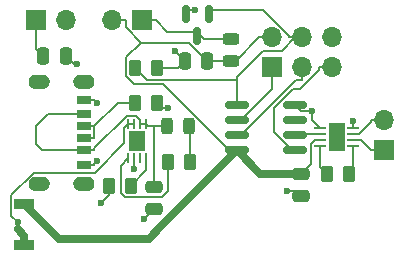
<source format=gbr>
%TF.GenerationSoftware,KiCad,Pcbnew,8.0.7*%
%TF.CreationDate,2025-01-08T21:55:33-07:00*%
%TF.ProjectId,Hat PCB,48617420-5043-4422-9e6b-696361645f70,rev?*%
%TF.SameCoordinates,Original*%
%TF.FileFunction,Copper,L1,Top*%
%TF.FilePolarity,Positive*%
%FSLAX46Y46*%
G04 Gerber Fmt 4.6, Leading zero omitted, Abs format (unit mm)*
G04 Created by KiCad (PCBNEW 8.0.7) date 2025-01-08 21:55:33*
%MOMM*%
%LPD*%
G01*
G04 APERTURE LIST*
G04 Aperture macros list*
%AMRoundRect*
0 Rectangle with rounded corners*
0 $1 Rounding radius*
0 $2 $3 $4 $5 $6 $7 $8 $9 X,Y pos of 4 corners*
0 Add a 4 corners polygon primitive as box body*
4,1,4,$2,$3,$4,$5,$6,$7,$8,$9,$2,$3,0*
0 Add four circle primitives for the rounded corners*
1,1,$1+$1,$2,$3*
1,1,$1+$1,$4,$5*
1,1,$1+$1,$6,$7*
1,1,$1+$1,$8,$9*
0 Add four rect primitives between the rounded corners*
20,1,$1+$1,$2,$3,$4,$5,0*
20,1,$1+$1,$4,$5,$6,$7,0*
20,1,$1+$1,$6,$7,$8,$9,0*
20,1,$1+$1,$8,$9,$2,$3,0*%
G04 Aperture macros list end*
%TA.AperFunction,EtchedComponent*%
%ADD10C,0.010000*%
%TD*%
%TA.AperFunction,SMDPad,CuDef*%
%ADD11RoundRect,0.150000X0.825000X0.150000X-0.825000X0.150000X-0.825000X-0.150000X0.825000X-0.150000X0*%
%TD*%
%TA.AperFunction,SMDPad,CuDef*%
%ADD12RoundRect,0.062500X-0.062500X0.337500X-0.062500X-0.337500X0.062500X-0.337500X0.062500X0.337500X0*%
%TD*%
%TA.AperFunction,HeatsinkPad*%
%ADD13R,1.400000X1.700000*%
%TD*%
%TA.AperFunction,SMDPad,CuDef*%
%ADD14RoundRect,0.062500X0.412500X0.062500X-0.412500X0.062500X-0.412500X-0.062500X0.412500X-0.062500X0*%
%TD*%
%TA.AperFunction,HeatsinkPad*%
%ADD15R,1.450000X2.400000*%
%TD*%
%TA.AperFunction,SMDPad,CuDef*%
%ADD16R,1.700000X0.900000*%
%TD*%
%TA.AperFunction,SMDPad,CuDef*%
%ADD17RoundRect,0.250000X0.262500X0.450000X-0.262500X0.450000X-0.262500X-0.450000X0.262500X-0.450000X0*%
%TD*%
%TA.AperFunction,SMDPad,CuDef*%
%ADD18RoundRect,0.250000X-0.262500X-0.450000X0.262500X-0.450000X0.262500X0.450000X-0.262500X0.450000X0*%
%TD*%
%TA.AperFunction,SMDPad,CuDef*%
%ADD19RoundRect,0.150000X-0.150000X0.587500X-0.150000X-0.587500X0.150000X-0.587500X0.150000X0.587500X0*%
%TD*%
%TA.AperFunction,ComponentPad*%
%ADD20R,1.700000X1.700000*%
%TD*%
%TA.AperFunction,ComponentPad*%
%ADD21O,1.700000X1.700000*%
%TD*%
%TA.AperFunction,ComponentPad*%
%ADD22O,1.600000X0.800000*%
%TD*%
%TA.AperFunction,SMDPad,CuDef*%
%ADD23R,1.200000X0.700000*%
%TD*%
%TA.AperFunction,SMDPad,CuDef*%
%ADD24R,1.200000X0.760000*%
%TD*%
%TA.AperFunction,SMDPad,CuDef*%
%ADD25R,1.200000X0.800000*%
%TD*%
%TA.AperFunction,SMDPad,CuDef*%
%ADD26RoundRect,0.243750X0.456250X-0.243750X0.456250X0.243750X-0.456250X0.243750X-0.456250X-0.243750X0*%
%TD*%
%TA.AperFunction,SMDPad,CuDef*%
%ADD27RoundRect,0.243750X0.243750X0.456250X-0.243750X0.456250X-0.243750X-0.456250X0.243750X-0.456250X0*%
%TD*%
%TA.AperFunction,SMDPad,CuDef*%
%ADD28RoundRect,0.250000X-0.250000X-0.475000X0.250000X-0.475000X0.250000X0.475000X-0.250000X0.475000X0*%
%TD*%
%TA.AperFunction,SMDPad,CuDef*%
%ADD29RoundRect,0.250000X-0.475000X0.250000X-0.475000X-0.250000X0.475000X-0.250000X0.475000X0.250000X0*%
%TD*%
%TA.AperFunction,ViaPad*%
%ADD30C,0.600000*%
%TD*%
%TA.AperFunction,Conductor*%
%ADD31C,0.200000*%
%TD*%
%TA.AperFunction,Conductor*%
%ADD32C,0.700000*%
%TD*%
G04 APERTURE END LIST*
D10*
%TO.C,J3*%
X216329000Y-122771000D02*
X216357000Y-122773000D01*
X216386000Y-122777000D01*
X216414000Y-122782000D01*
X216442000Y-122789000D01*
X216470000Y-122797000D01*
X216497000Y-122807000D01*
X216524000Y-122818000D01*
X216550000Y-122830000D01*
X216575000Y-122844000D01*
X216600000Y-122859000D01*
X216623000Y-122875000D01*
X216646000Y-122893000D01*
X216668000Y-122911000D01*
X216689000Y-122931000D01*
X216709000Y-122952000D01*
X216727000Y-122974000D01*
X216745000Y-122997000D01*
X216761000Y-123020000D01*
X216776000Y-123045000D01*
X216790000Y-123070000D01*
X216802000Y-123096000D01*
X216813000Y-123123000D01*
X216823000Y-123150000D01*
X216831000Y-123178000D01*
X216838000Y-123206000D01*
X216843000Y-123234000D01*
X216847000Y-123263000D01*
X216849000Y-123291000D01*
X216850000Y-123320000D01*
X216849000Y-123349000D01*
X216847000Y-123377000D01*
X216843000Y-123406000D01*
X216838000Y-123434000D01*
X216831000Y-123462000D01*
X216823000Y-123490000D01*
X216813000Y-123517000D01*
X216802000Y-123544000D01*
X216790000Y-123570000D01*
X216776000Y-123595000D01*
X216761000Y-123620000D01*
X216745000Y-123643000D01*
X216727000Y-123666000D01*
X216709000Y-123688000D01*
X216689000Y-123709000D01*
X216668000Y-123729000D01*
X216646000Y-123747000D01*
X216623000Y-123765000D01*
X216600000Y-123781000D01*
X216575000Y-123796000D01*
X216550000Y-123810000D01*
X216524000Y-123822000D01*
X216497000Y-123833000D01*
X216470000Y-123843000D01*
X216442000Y-123851000D01*
X216414000Y-123858000D01*
X216386000Y-123863000D01*
X216357000Y-123867000D01*
X216329000Y-123869000D01*
X216300000Y-123870000D01*
X215700000Y-123870000D01*
X215671000Y-123869000D01*
X215643000Y-123867000D01*
X215614000Y-123863000D01*
X215586000Y-123858000D01*
X215558000Y-123851000D01*
X215530000Y-123843000D01*
X215503000Y-123833000D01*
X215476000Y-123822000D01*
X215450000Y-123810000D01*
X215425000Y-123796000D01*
X215400000Y-123781000D01*
X215377000Y-123765000D01*
X215354000Y-123747000D01*
X215332000Y-123729000D01*
X215311000Y-123709000D01*
X215291000Y-123688000D01*
X215273000Y-123666000D01*
X215255000Y-123643000D01*
X215239000Y-123620000D01*
X215224000Y-123595000D01*
X215210000Y-123570000D01*
X215198000Y-123544000D01*
X215187000Y-123517000D01*
X215177000Y-123490000D01*
X215169000Y-123462000D01*
X215162000Y-123434000D01*
X215157000Y-123406000D01*
X215153000Y-123377000D01*
X215151000Y-123349000D01*
X215150000Y-123320000D01*
X215151000Y-123291000D01*
X215153000Y-123263000D01*
X215157000Y-123234000D01*
X215162000Y-123206000D01*
X215169000Y-123178000D01*
X215177000Y-123150000D01*
X215187000Y-123123000D01*
X215198000Y-123096000D01*
X215210000Y-123070000D01*
X215224000Y-123045000D01*
X215239000Y-123020000D01*
X215255000Y-122997000D01*
X215273000Y-122974000D01*
X215291000Y-122952000D01*
X215311000Y-122931000D01*
X215332000Y-122911000D01*
X215354000Y-122893000D01*
X215377000Y-122875000D01*
X215400000Y-122859000D01*
X215425000Y-122844000D01*
X215450000Y-122830000D01*
X215476000Y-122818000D01*
X215503000Y-122807000D01*
X215530000Y-122797000D01*
X215558000Y-122789000D01*
X215586000Y-122782000D01*
X215614000Y-122777000D01*
X215643000Y-122773000D01*
X215671000Y-122771000D01*
X215700000Y-122770000D01*
X216300000Y-122770000D01*
X216329000Y-122771000D01*
%TA.AperFunction,EtchedComponent*%
G36*
X216329000Y-122771000D02*
G01*
X216357000Y-122773000D01*
X216386000Y-122777000D01*
X216414000Y-122782000D01*
X216442000Y-122789000D01*
X216470000Y-122797000D01*
X216497000Y-122807000D01*
X216524000Y-122818000D01*
X216550000Y-122830000D01*
X216575000Y-122844000D01*
X216600000Y-122859000D01*
X216623000Y-122875000D01*
X216646000Y-122893000D01*
X216668000Y-122911000D01*
X216689000Y-122931000D01*
X216709000Y-122952000D01*
X216727000Y-122974000D01*
X216745000Y-122997000D01*
X216761000Y-123020000D01*
X216776000Y-123045000D01*
X216790000Y-123070000D01*
X216802000Y-123096000D01*
X216813000Y-123123000D01*
X216823000Y-123150000D01*
X216831000Y-123178000D01*
X216838000Y-123206000D01*
X216843000Y-123234000D01*
X216847000Y-123263000D01*
X216849000Y-123291000D01*
X216850000Y-123320000D01*
X216849000Y-123349000D01*
X216847000Y-123377000D01*
X216843000Y-123406000D01*
X216838000Y-123434000D01*
X216831000Y-123462000D01*
X216823000Y-123490000D01*
X216813000Y-123517000D01*
X216802000Y-123544000D01*
X216790000Y-123570000D01*
X216776000Y-123595000D01*
X216761000Y-123620000D01*
X216745000Y-123643000D01*
X216727000Y-123666000D01*
X216709000Y-123688000D01*
X216689000Y-123709000D01*
X216668000Y-123729000D01*
X216646000Y-123747000D01*
X216623000Y-123765000D01*
X216600000Y-123781000D01*
X216575000Y-123796000D01*
X216550000Y-123810000D01*
X216524000Y-123822000D01*
X216497000Y-123833000D01*
X216470000Y-123843000D01*
X216442000Y-123851000D01*
X216414000Y-123858000D01*
X216386000Y-123863000D01*
X216357000Y-123867000D01*
X216329000Y-123869000D01*
X216300000Y-123870000D01*
X215700000Y-123870000D01*
X215671000Y-123869000D01*
X215643000Y-123867000D01*
X215614000Y-123863000D01*
X215586000Y-123858000D01*
X215558000Y-123851000D01*
X215530000Y-123843000D01*
X215503000Y-123833000D01*
X215476000Y-123822000D01*
X215450000Y-123810000D01*
X215425000Y-123796000D01*
X215400000Y-123781000D01*
X215377000Y-123765000D01*
X215354000Y-123747000D01*
X215332000Y-123729000D01*
X215311000Y-123709000D01*
X215291000Y-123688000D01*
X215273000Y-123666000D01*
X215255000Y-123643000D01*
X215239000Y-123620000D01*
X215224000Y-123595000D01*
X215210000Y-123570000D01*
X215198000Y-123544000D01*
X215187000Y-123517000D01*
X215177000Y-123490000D01*
X215169000Y-123462000D01*
X215162000Y-123434000D01*
X215157000Y-123406000D01*
X215153000Y-123377000D01*
X215151000Y-123349000D01*
X215150000Y-123320000D01*
X215151000Y-123291000D01*
X215153000Y-123263000D01*
X215157000Y-123234000D01*
X215162000Y-123206000D01*
X215169000Y-123178000D01*
X215177000Y-123150000D01*
X215187000Y-123123000D01*
X215198000Y-123096000D01*
X215210000Y-123070000D01*
X215224000Y-123045000D01*
X215239000Y-123020000D01*
X215255000Y-122997000D01*
X215273000Y-122974000D01*
X215291000Y-122952000D01*
X215311000Y-122931000D01*
X215332000Y-122911000D01*
X215354000Y-122893000D01*
X215377000Y-122875000D01*
X215400000Y-122859000D01*
X215425000Y-122844000D01*
X215450000Y-122830000D01*
X215476000Y-122818000D01*
X215503000Y-122807000D01*
X215530000Y-122797000D01*
X215558000Y-122789000D01*
X215586000Y-122782000D01*
X215614000Y-122777000D01*
X215643000Y-122773000D01*
X215671000Y-122771000D01*
X215700000Y-122770000D01*
X216300000Y-122770000D01*
X216329000Y-122771000D01*
G37*
%TD.AperFunction*%
X216329000Y-114131000D02*
X216357000Y-114133000D01*
X216386000Y-114137000D01*
X216414000Y-114142000D01*
X216442000Y-114149000D01*
X216470000Y-114157000D01*
X216497000Y-114167000D01*
X216524000Y-114178000D01*
X216550000Y-114190000D01*
X216575000Y-114204000D01*
X216600000Y-114219000D01*
X216623000Y-114235000D01*
X216646000Y-114253000D01*
X216668000Y-114271000D01*
X216689000Y-114291000D01*
X216709000Y-114312000D01*
X216727000Y-114334000D01*
X216745000Y-114357000D01*
X216761000Y-114380000D01*
X216776000Y-114405000D01*
X216790000Y-114430000D01*
X216802000Y-114456000D01*
X216813000Y-114483000D01*
X216823000Y-114510000D01*
X216831000Y-114538000D01*
X216838000Y-114566000D01*
X216843000Y-114594000D01*
X216847000Y-114623000D01*
X216849000Y-114651000D01*
X216850000Y-114680000D01*
X216849000Y-114709000D01*
X216847000Y-114737000D01*
X216843000Y-114766000D01*
X216838000Y-114794000D01*
X216831000Y-114822000D01*
X216823000Y-114850000D01*
X216813000Y-114877000D01*
X216802000Y-114904000D01*
X216790000Y-114930000D01*
X216776000Y-114955000D01*
X216761000Y-114980000D01*
X216745000Y-115003000D01*
X216727000Y-115026000D01*
X216709000Y-115048000D01*
X216689000Y-115069000D01*
X216668000Y-115089000D01*
X216646000Y-115107000D01*
X216623000Y-115125000D01*
X216600000Y-115141000D01*
X216575000Y-115156000D01*
X216550000Y-115170000D01*
X216524000Y-115182000D01*
X216497000Y-115193000D01*
X216470000Y-115203000D01*
X216442000Y-115211000D01*
X216414000Y-115218000D01*
X216386000Y-115223000D01*
X216357000Y-115227000D01*
X216329000Y-115229000D01*
X216300000Y-115230000D01*
X215700000Y-115230000D01*
X215671000Y-115229000D01*
X215643000Y-115227000D01*
X215614000Y-115223000D01*
X215586000Y-115218000D01*
X215558000Y-115211000D01*
X215530000Y-115203000D01*
X215503000Y-115193000D01*
X215476000Y-115182000D01*
X215450000Y-115170000D01*
X215425000Y-115156000D01*
X215400000Y-115141000D01*
X215377000Y-115125000D01*
X215354000Y-115107000D01*
X215332000Y-115089000D01*
X215311000Y-115069000D01*
X215291000Y-115048000D01*
X215273000Y-115026000D01*
X215255000Y-115003000D01*
X215239000Y-114980000D01*
X215224000Y-114955000D01*
X215210000Y-114930000D01*
X215198000Y-114904000D01*
X215187000Y-114877000D01*
X215177000Y-114850000D01*
X215169000Y-114822000D01*
X215162000Y-114794000D01*
X215157000Y-114766000D01*
X215153000Y-114737000D01*
X215151000Y-114709000D01*
X215150000Y-114680000D01*
X215151000Y-114651000D01*
X215153000Y-114623000D01*
X215157000Y-114594000D01*
X215162000Y-114566000D01*
X215169000Y-114538000D01*
X215177000Y-114510000D01*
X215187000Y-114483000D01*
X215198000Y-114456000D01*
X215210000Y-114430000D01*
X215224000Y-114405000D01*
X215239000Y-114380000D01*
X215255000Y-114357000D01*
X215273000Y-114334000D01*
X215291000Y-114312000D01*
X215311000Y-114291000D01*
X215332000Y-114271000D01*
X215354000Y-114253000D01*
X215377000Y-114235000D01*
X215400000Y-114219000D01*
X215425000Y-114204000D01*
X215450000Y-114190000D01*
X215476000Y-114178000D01*
X215503000Y-114167000D01*
X215530000Y-114157000D01*
X215558000Y-114149000D01*
X215586000Y-114142000D01*
X215614000Y-114137000D01*
X215643000Y-114133000D01*
X215671000Y-114131000D01*
X215700000Y-114130000D01*
X216300000Y-114130000D01*
X216329000Y-114131000D01*
%TA.AperFunction,EtchedComponent*%
G36*
X216329000Y-114131000D02*
G01*
X216357000Y-114133000D01*
X216386000Y-114137000D01*
X216414000Y-114142000D01*
X216442000Y-114149000D01*
X216470000Y-114157000D01*
X216497000Y-114167000D01*
X216524000Y-114178000D01*
X216550000Y-114190000D01*
X216575000Y-114204000D01*
X216600000Y-114219000D01*
X216623000Y-114235000D01*
X216646000Y-114253000D01*
X216668000Y-114271000D01*
X216689000Y-114291000D01*
X216709000Y-114312000D01*
X216727000Y-114334000D01*
X216745000Y-114357000D01*
X216761000Y-114380000D01*
X216776000Y-114405000D01*
X216790000Y-114430000D01*
X216802000Y-114456000D01*
X216813000Y-114483000D01*
X216823000Y-114510000D01*
X216831000Y-114538000D01*
X216838000Y-114566000D01*
X216843000Y-114594000D01*
X216847000Y-114623000D01*
X216849000Y-114651000D01*
X216850000Y-114680000D01*
X216849000Y-114709000D01*
X216847000Y-114737000D01*
X216843000Y-114766000D01*
X216838000Y-114794000D01*
X216831000Y-114822000D01*
X216823000Y-114850000D01*
X216813000Y-114877000D01*
X216802000Y-114904000D01*
X216790000Y-114930000D01*
X216776000Y-114955000D01*
X216761000Y-114980000D01*
X216745000Y-115003000D01*
X216727000Y-115026000D01*
X216709000Y-115048000D01*
X216689000Y-115069000D01*
X216668000Y-115089000D01*
X216646000Y-115107000D01*
X216623000Y-115125000D01*
X216600000Y-115141000D01*
X216575000Y-115156000D01*
X216550000Y-115170000D01*
X216524000Y-115182000D01*
X216497000Y-115193000D01*
X216470000Y-115203000D01*
X216442000Y-115211000D01*
X216414000Y-115218000D01*
X216386000Y-115223000D01*
X216357000Y-115227000D01*
X216329000Y-115229000D01*
X216300000Y-115230000D01*
X215700000Y-115230000D01*
X215671000Y-115229000D01*
X215643000Y-115227000D01*
X215614000Y-115223000D01*
X215586000Y-115218000D01*
X215558000Y-115211000D01*
X215530000Y-115203000D01*
X215503000Y-115193000D01*
X215476000Y-115182000D01*
X215450000Y-115170000D01*
X215425000Y-115156000D01*
X215400000Y-115141000D01*
X215377000Y-115125000D01*
X215354000Y-115107000D01*
X215332000Y-115089000D01*
X215311000Y-115069000D01*
X215291000Y-115048000D01*
X215273000Y-115026000D01*
X215255000Y-115003000D01*
X215239000Y-114980000D01*
X215224000Y-114955000D01*
X215210000Y-114930000D01*
X215198000Y-114904000D01*
X215187000Y-114877000D01*
X215177000Y-114850000D01*
X215169000Y-114822000D01*
X215162000Y-114794000D01*
X215157000Y-114766000D01*
X215153000Y-114737000D01*
X215151000Y-114709000D01*
X215150000Y-114680000D01*
X215151000Y-114651000D01*
X215153000Y-114623000D01*
X215157000Y-114594000D01*
X215162000Y-114566000D01*
X215169000Y-114538000D01*
X215177000Y-114510000D01*
X215187000Y-114483000D01*
X215198000Y-114456000D01*
X215210000Y-114430000D01*
X215224000Y-114405000D01*
X215239000Y-114380000D01*
X215255000Y-114357000D01*
X215273000Y-114334000D01*
X215291000Y-114312000D01*
X215311000Y-114291000D01*
X215332000Y-114271000D01*
X215354000Y-114253000D01*
X215377000Y-114235000D01*
X215400000Y-114219000D01*
X215425000Y-114204000D01*
X215450000Y-114190000D01*
X215476000Y-114178000D01*
X215503000Y-114167000D01*
X215530000Y-114157000D01*
X215558000Y-114149000D01*
X215586000Y-114142000D01*
X215614000Y-114137000D01*
X215643000Y-114133000D01*
X215671000Y-114131000D01*
X215700000Y-114130000D01*
X216300000Y-114130000D01*
X216329000Y-114131000D01*
G37*
%TD.AperFunction*%
X212529000Y-122771000D02*
X212557000Y-122773000D01*
X212586000Y-122777000D01*
X212614000Y-122782000D01*
X212642000Y-122789000D01*
X212670000Y-122797000D01*
X212697000Y-122807000D01*
X212724000Y-122818000D01*
X212750000Y-122830000D01*
X212775000Y-122844000D01*
X212800000Y-122859000D01*
X212823000Y-122875000D01*
X212846000Y-122893000D01*
X212868000Y-122911000D01*
X212889000Y-122931000D01*
X212909000Y-122952000D01*
X212927000Y-122974000D01*
X212945000Y-122997000D01*
X212961000Y-123020000D01*
X212976000Y-123045000D01*
X212990000Y-123070000D01*
X213002000Y-123096000D01*
X213013000Y-123123000D01*
X213023000Y-123150000D01*
X213031000Y-123178000D01*
X213038000Y-123206000D01*
X213043000Y-123234000D01*
X213047000Y-123263000D01*
X213049000Y-123291000D01*
X213050000Y-123320000D01*
X213049000Y-123349000D01*
X213047000Y-123377000D01*
X213043000Y-123406000D01*
X213038000Y-123434000D01*
X213031000Y-123462000D01*
X213023000Y-123490000D01*
X213013000Y-123517000D01*
X213002000Y-123544000D01*
X212990000Y-123570000D01*
X212976000Y-123595000D01*
X212961000Y-123620000D01*
X212945000Y-123643000D01*
X212927000Y-123666000D01*
X212909000Y-123688000D01*
X212889000Y-123709000D01*
X212868000Y-123729000D01*
X212846000Y-123747000D01*
X212823000Y-123765000D01*
X212800000Y-123781000D01*
X212775000Y-123796000D01*
X212750000Y-123810000D01*
X212724000Y-123822000D01*
X212697000Y-123833000D01*
X212670000Y-123843000D01*
X212642000Y-123851000D01*
X212614000Y-123858000D01*
X212586000Y-123863000D01*
X212557000Y-123867000D01*
X212529000Y-123869000D01*
X212500000Y-123870000D01*
X211900000Y-123870000D01*
X211871000Y-123869000D01*
X211843000Y-123867000D01*
X211814000Y-123863000D01*
X211786000Y-123858000D01*
X211758000Y-123851000D01*
X211730000Y-123843000D01*
X211703000Y-123833000D01*
X211676000Y-123822000D01*
X211650000Y-123810000D01*
X211625000Y-123796000D01*
X211600000Y-123781000D01*
X211577000Y-123765000D01*
X211554000Y-123747000D01*
X211532000Y-123729000D01*
X211511000Y-123709000D01*
X211491000Y-123688000D01*
X211473000Y-123666000D01*
X211455000Y-123643000D01*
X211439000Y-123620000D01*
X211424000Y-123595000D01*
X211410000Y-123570000D01*
X211398000Y-123544000D01*
X211387000Y-123517000D01*
X211377000Y-123490000D01*
X211369000Y-123462000D01*
X211362000Y-123434000D01*
X211357000Y-123406000D01*
X211353000Y-123377000D01*
X211351000Y-123349000D01*
X211350000Y-123320000D01*
X211351000Y-123291000D01*
X211353000Y-123263000D01*
X211357000Y-123234000D01*
X211362000Y-123206000D01*
X211369000Y-123178000D01*
X211377000Y-123150000D01*
X211387000Y-123123000D01*
X211398000Y-123096000D01*
X211410000Y-123070000D01*
X211424000Y-123045000D01*
X211439000Y-123020000D01*
X211455000Y-122997000D01*
X211473000Y-122974000D01*
X211491000Y-122952000D01*
X211511000Y-122931000D01*
X211532000Y-122911000D01*
X211554000Y-122893000D01*
X211577000Y-122875000D01*
X211600000Y-122859000D01*
X211625000Y-122844000D01*
X211650000Y-122830000D01*
X211676000Y-122818000D01*
X211703000Y-122807000D01*
X211730000Y-122797000D01*
X211758000Y-122789000D01*
X211786000Y-122782000D01*
X211814000Y-122777000D01*
X211843000Y-122773000D01*
X211871000Y-122771000D01*
X211900000Y-122770000D01*
X212500000Y-122770000D01*
X212529000Y-122771000D01*
%TA.AperFunction,EtchedComponent*%
G36*
X212529000Y-122771000D02*
G01*
X212557000Y-122773000D01*
X212586000Y-122777000D01*
X212614000Y-122782000D01*
X212642000Y-122789000D01*
X212670000Y-122797000D01*
X212697000Y-122807000D01*
X212724000Y-122818000D01*
X212750000Y-122830000D01*
X212775000Y-122844000D01*
X212800000Y-122859000D01*
X212823000Y-122875000D01*
X212846000Y-122893000D01*
X212868000Y-122911000D01*
X212889000Y-122931000D01*
X212909000Y-122952000D01*
X212927000Y-122974000D01*
X212945000Y-122997000D01*
X212961000Y-123020000D01*
X212976000Y-123045000D01*
X212990000Y-123070000D01*
X213002000Y-123096000D01*
X213013000Y-123123000D01*
X213023000Y-123150000D01*
X213031000Y-123178000D01*
X213038000Y-123206000D01*
X213043000Y-123234000D01*
X213047000Y-123263000D01*
X213049000Y-123291000D01*
X213050000Y-123320000D01*
X213049000Y-123349000D01*
X213047000Y-123377000D01*
X213043000Y-123406000D01*
X213038000Y-123434000D01*
X213031000Y-123462000D01*
X213023000Y-123490000D01*
X213013000Y-123517000D01*
X213002000Y-123544000D01*
X212990000Y-123570000D01*
X212976000Y-123595000D01*
X212961000Y-123620000D01*
X212945000Y-123643000D01*
X212927000Y-123666000D01*
X212909000Y-123688000D01*
X212889000Y-123709000D01*
X212868000Y-123729000D01*
X212846000Y-123747000D01*
X212823000Y-123765000D01*
X212800000Y-123781000D01*
X212775000Y-123796000D01*
X212750000Y-123810000D01*
X212724000Y-123822000D01*
X212697000Y-123833000D01*
X212670000Y-123843000D01*
X212642000Y-123851000D01*
X212614000Y-123858000D01*
X212586000Y-123863000D01*
X212557000Y-123867000D01*
X212529000Y-123869000D01*
X212500000Y-123870000D01*
X211900000Y-123870000D01*
X211871000Y-123869000D01*
X211843000Y-123867000D01*
X211814000Y-123863000D01*
X211786000Y-123858000D01*
X211758000Y-123851000D01*
X211730000Y-123843000D01*
X211703000Y-123833000D01*
X211676000Y-123822000D01*
X211650000Y-123810000D01*
X211625000Y-123796000D01*
X211600000Y-123781000D01*
X211577000Y-123765000D01*
X211554000Y-123747000D01*
X211532000Y-123729000D01*
X211511000Y-123709000D01*
X211491000Y-123688000D01*
X211473000Y-123666000D01*
X211455000Y-123643000D01*
X211439000Y-123620000D01*
X211424000Y-123595000D01*
X211410000Y-123570000D01*
X211398000Y-123544000D01*
X211387000Y-123517000D01*
X211377000Y-123490000D01*
X211369000Y-123462000D01*
X211362000Y-123434000D01*
X211357000Y-123406000D01*
X211353000Y-123377000D01*
X211351000Y-123349000D01*
X211350000Y-123320000D01*
X211351000Y-123291000D01*
X211353000Y-123263000D01*
X211357000Y-123234000D01*
X211362000Y-123206000D01*
X211369000Y-123178000D01*
X211377000Y-123150000D01*
X211387000Y-123123000D01*
X211398000Y-123096000D01*
X211410000Y-123070000D01*
X211424000Y-123045000D01*
X211439000Y-123020000D01*
X211455000Y-122997000D01*
X211473000Y-122974000D01*
X211491000Y-122952000D01*
X211511000Y-122931000D01*
X211532000Y-122911000D01*
X211554000Y-122893000D01*
X211577000Y-122875000D01*
X211600000Y-122859000D01*
X211625000Y-122844000D01*
X211650000Y-122830000D01*
X211676000Y-122818000D01*
X211703000Y-122807000D01*
X211730000Y-122797000D01*
X211758000Y-122789000D01*
X211786000Y-122782000D01*
X211814000Y-122777000D01*
X211843000Y-122773000D01*
X211871000Y-122771000D01*
X211900000Y-122770000D01*
X212500000Y-122770000D01*
X212529000Y-122771000D01*
G37*
%TD.AperFunction*%
X212529000Y-114131000D02*
X212557000Y-114133000D01*
X212586000Y-114137000D01*
X212614000Y-114142000D01*
X212642000Y-114149000D01*
X212670000Y-114157000D01*
X212697000Y-114167000D01*
X212724000Y-114178000D01*
X212750000Y-114190000D01*
X212775000Y-114204000D01*
X212800000Y-114219000D01*
X212823000Y-114235000D01*
X212846000Y-114253000D01*
X212868000Y-114271000D01*
X212889000Y-114291000D01*
X212909000Y-114312000D01*
X212927000Y-114334000D01*
X212945000Y-114357000D01*
X212961000Y-114380000D01*
X212976000Y-114405000D01*
X212990000Y-114430000D01*
X213002000Y-114456000D01*
X213013000Y-114483000D01*
X213023000Y-114510000D01*
X213031000Y-114538000D01*
X213038000Y-114566000D01*
X213043000Y-114594000D01*
X213047000Y-114623000D01*
X213049000Y-114651000D01*
X213050000Y-114680000D01*
X213049000Y-114709000D01*
X213047000Y-114737000D01*
X213043000Y-114766000D01*
X213038000Y-114794000D01*
X213031000Y-114822000D01*
X213023000Y-114850000D01*
X213013000Y-114877000D01*
X213002000Y-114904000D01*
X212990000Y-114930000D01*
X212976000Y-114955000D01*
X212961000Y-114980000D01*
X212945000Y-115003000D01*
X212927000Y-115026000D01*
X212909000Y-115048000D01*
X212889000Y-115069000D01*
X212868000Y-115089000D01*
X212846000Y-115107000D01*
X212823000Y-115125000D01*
X212800000Y-115141000D01*
X212775000Y-115156000D01*
X212750000Y-115170000D01*
X212724000Y-115182000D01*
X212697000Y-115193000D01*
X212670000Y-115203000D01*
X212642000Y-115211000D01*
X212614000Y-115218000D01*
X212586000Y-115223000D01*
X212557000Y-115227000D01*
X212529000Y-115229000D01*
X212500000Y-115230000D01*
X211900000Y-115230000D01*
X211871000Y-115229000D01*
X211843000Y-115227000D01*
X211814000Y-115223000D01*
X211786000Y-115218000D01*
X211758000Y-115211000D01*
X211730000Y-115203000D01*
X211703000Y-115193000D01*
X211676000Y-115182000D01*
X211650000Y-115170000D01*
X211625000Y-115156000D01*
X211600000Y-115141000D01*
X211577000Y-115125000D01*
X211554000Y-115107000D01*
X211532000Y-115089000D01*
X211511000Y-115069000D01*
X211491000Y-115048000D01*
X211473000Y-115026000D01*
X211455000Y-115003000D01*
X211439000Y-114980000D01*
X211424000Y-114955000D01*
X211410000Y-114930000D01*
X211398000Y-114904000D01*
X211387000Y-114877000D01*
X211377000Y-114850000D01*
X211369000Y-114822000D01*
X211362000Y-114794000D01*
X211357000Y-114766000D01*
X211353000Y-114737000D01*
X211351000Y-114709000D01*
X211350000Y-114680000D01*
X211351000Y-114651000D01*
X211353000Y-114623000D01*
X211357000Y-114594000D01*
X211362000Y-114566000D01*
X211369000Y-114538000D01*
X211377000Y-114510000D01*
X211387000Y-114483000D01*
X211398000Y-114456000D01*
X211410000Y-114430000D01*
X211424000Y-114405000D01*
X211439000Y-114380000D01*
X211455000Y-114357000D01*
X211473000Y-114334000D01*
X211491000Y-114312000D01*
X211511000Y-114291000D01*
X211532000Y-114271000D01*
X211554000Y-114253000D01*
X211577000Y-114235000D01*
X211600000Y-114219000D01*
X211625000Y-114204000D01*
X211650000Y-114190000D01*
X211676000Y-114178000D01*
X211703000Y-114167000D01*
X211730000Y-114157000D01*
X211758000Y-114149000D01*
X211786000Y-114142000D01*
X211814000Y-114137000D01*
X211843000Y-114133000D01*
X211871000Y-114131000D01*
X211900000Y-114130000D01*
X212500000Y-114130000D01*
X212529000Y-114131000D01*
%TA.AperFunction,EtchedComponent*%
G36*
X212529000Y-114131000D02*
G01*
X212557000Y-114133000D01*
X212586000Y-114137000D01*
X212614000Y-114142000D01*
X212642000Y-114149000D01*
X212670000Y-114157000D01*
X212697000Y-114167000D01*
X212724000Y-114178000D01*
X212750000Y-114190000D01*
X212775000Y-114204000D01*
X212800000Y-114219000D01*
X212823000Y-114235000D01*
X212846000Y-114253000D01*
X212868000Y-114271000D01*
X212889000Y-114291000D01*
X212909000Y-114312000D01*
X212927000Y-114334000D01*
X212945000Y-114357000D01*
X212961000Y-114380000D01*
X212976000Y-114405000D01*
X212990000Y-114430000D01*
X213002000Y-114456000D01*
X213013000Y-114483000D01*
X213023000Y-114510000D01*
X213031000Y-114538000D01*
X213038000Y-114566000D01*
X213043000Y-114594000D01*
X213047000Y-114623000D01*
X213049000Y-114651000D01*
X213050000Y-114680000D01*
X213049000Y-114709000D01*
X213047000Y-114737000D01*
X213043000Y-114766000D01*
X213038000Y-114794000D01*
X213031000Y-114822000D01*
X213023000Y-114850000D01*
X213013000Y-114877000D01*
X213002000Y-114904000D01*
X212990000Y-114930000D01*
X212976000Y-114955000D01*
X212961000Y-114980000D01*
X212945000Y-115003000D01*
X212927000Y-115026000D01*
X212909000Y-115048000D01*
X212889000Y-115069000D01*
X212868000Y-115089000D01*
X212846000Y-115107000D01*
X212823000Y-115125000D01*
X212800000Y-115141000D01*
X212775000Y-115156000D01*
X212750000Y-115170000D01*
X212724000Y-115182000D01*
X212697000Y-115193000D01*
X212670000Y-115203000D01*
X212642000Y-115211000D01*
X212614000Y-115218000D01*
X212586000Y-115223000D01*
X212557000Y-115227000D01*
X212529000Y-115229000D01*
X212500000Y-115230000D01*
X211900000Y-115230000D01*
X211871000Y-115229000D01*
X211843000Y-115227000D01*
X211814000Y-115223000D01*
X211786000Y-115218000D01*
X211758000Y-115211000D01*
X211730000Y-115203000D01*
X211703000Y-115193000D01*
X211676000Y-115182000D01*
X211650000Y-115170000D01*
X211625000Y-115156000D01*
X211600000Y-115141000D01*
X211577000Y-115125000D01*
X211554000Y-115107000D01*
X211532000Y-115089000D01*
X211511000Y-115069000D01*
X211491000Y-115048000D01*
X211473000Y-115026000D01*
X211455000Y-115003000D01*
X211439000Y-114980000D01*
X211424000Y-114955000D01*
X211410000Y-114930000D01*
X211398000Y-114904000D01*
X211387000Y-114877000D01*
X211377000Y-114850000D01*
X211369000Y-114822000D01*
X211362000Y-114794000D01*
X211357000Y-114766000D01*
X211353000Y-114737000D01*
X211351000Y-114709000D01*
X211350000Y-114680000D01*
X211351000Y-114651000D01*
X211353000Y-114623000D01*
X211357000Y-114594000D01*
X211362000Y-114566000D01*
X211369000Y-114538000D01*
X211377000Y-114510000D01*
X211387000Y-114483000D01*
X211398000Y-114456000D01*
X211410000Y-114430000D01*
X211424000Y-114405000D01*
X211439000Y-114380000D01*
X211455000Y-114357000D01*
X211473000Y-114334000D01*
X211491000Y-114312000D01*
X211511000Y-114291000D01*
X211532000Y-114271000D01*
X211554000Y-114253000D01*
X211577000Y-114235000D01*
X211600000Y-114219000D01*
X211625000Y-114204000D01*
X211650000Y-114190000D01*
X211676000Y-114178000D01*
X211703000Y-114167000D01*
X211730000Y-114157000D01*
X211758000Y-114149000D01*
X211786000Y-114142000D01*
X211814000Y-114137000D01*
X211843000Y-114133000D01*
X211871000Y-114131000D01*
X211900000Y-114130000D01*
X212500000Y-114130000D01*
X212529000Y-114131000D01*
G37*
%TD.AperFunction*%
%TD*%
D11*
%TO.P,U5,1,~{RESET}/PB5*%
%TO.N,Net-(J4-Pin_5)*%
X233950000Y-120500000D03*
%TO.P,U5,2,PB3*%
%TO.N,Net-(U1-VOUT)*%
X233950000Y-119230000D03*
%TO.P,U5,3,PB4*%
%TO.N,unconnected-(U5-PB4-Pad3)*%
X233950000Y-117960000D03*
%TO.P,U5,4,GND*%
%TO.N,GND*%
X233950000Y-116690000D03*
%TO.P,U5,5,PB0*%
%TO.N,Net-(J4-Pin_4)*%
X229000000Y-116690000D03*
%TO.P,U5,6,PB1*%
%TO.N,Net-(J4-Pin_1)*%
X229000000Y-117960000D03*
%TO.P,U5,7,PB2*%
%TO.N,Net-(J4-Pin_3)*%
X229000000Y-119230000D03*
%TO.P,U5,8,VCC*%
%TO.N,VCC*%
X229000000Y-120500000D03*
%TD*%
D12*
%TO.P,U4,1,V_{DD}*%
%TO.N,VDD*%
X221300000Y-118300000D03*
%TO.P,U4,2,V_{DD}*%
X220800000Y-118300000D03*
%TO.P,U4,3,V_{BAT}*%
%TO.N,Net-(J1-Pin_1)*%
X220300000Y-118300000D03*
%TO.P,U4,4,V_{BAT}*%
X219800000Y-118300000D03*
%TO.P,U4,5,STAT*%
%TO.N,Net-(U4-STAT)*%
X219800000Y-121200000D03*
%TO.P,U4,6,V_{SS}*%
%TO.N,GND*%
X220300000Y-121200000D03*
%TO.P,U4,7,NC*%
%TO.N,unconnected-(U4-NC-Pad7)*%
X220800000Y-121200000D03*
%TO.P,U4,8,PROG*%
%TO.N,Net-(U4-PROG)*%
X221300000Y-121200000D03*
D13*
%TO.P,U4,9*%
%TO.N,N/C*%
X220550000Y-119750000D03*
%TD*%
D14*
%TO.P,U1,1,RG1*%
%TO.N,Net-(U1-RG1)*%
X238850000Y-120150000D03*
%TO.P,U1,2,VIN-*%
%TO.N,Net-(J2-Pin_1)*%
X238850000Y-119650000D03*
%TO.P,U1,3,VIN+*%
%TO.N,Net-(J2-Pin_2)*%
X238850000Y-119150000D03*
%TO.P,U1,4,V-*%
%TO.N,GND*%
X238850000Y-118650000D03*
%TO.P,U1,5,REF*%
X236050000Y-118650000D03*
%TO.P,U1,6,VOUT*%
%TO.N,Net-(U1-VOUT)*%
X236050000Y-119150000D03*
%TO.P,U1,7,V+*%
%TO.N,VCC*%
X236050000Y-119650000D03*
%TO.P,U1,8,RG2*%
%TO.N,Net-(U1-RG2)*%
X236050000Y-120150000D03*
D15*
%TO.P,U1,9*%
%TO.N,N/C*%
X237450000Y-119400000D03*
%TD*%
D16*
%TO.P,SW1,1,A*%
%TO.N,Net-(J1-Pin_1)*%
X211000000Y-128500000D03*
%TO.P,SW1,2,B*%
%TO.N,VCC*%
X211000000Y-125100000D03*
%TD*%
D17*
%TO.P,R7,1*%
%TO.N,Net-(D1-K)*%
X225000000Y-121500000D03*
%TO.P,R7,2*%
%TO.N,Net-(U4-STAT)*%
X223175000Y-121500000D03*
%TD*%
%TO.P,R4,1*%
%TO.N,Net-(U1-RG1)*%
X238450000Y-122500000D03*
%TO.P,R4,2*%
%TO.N,Net-(U1-RG2)*%
X236625000Y-122500000D03*
%TD*%
%TO.P,R3,1*%
%TO.N,Net-(U4-PROG)*%
X220000000Y-123500000D03*
%TO.P,R3,2*%
%TO.N,GND*%
X218175000Y-123500000D03*
%TD*%
D18*
%TO.P,R2,1*%
%TO.N,Net-(J3-CC1)*%
X220387500Y-116530000D03*
%TO.P,R2,2*%
%TO.N,GND*%
X222212500Y-116530000D03*
%TD*%
%TO.P,R1,1*%
%TO.N,Net-(J4-Pin_4)*%
X220387500Y-113580000D03*
%TO.P,R1,2*%
%TO.N,GND*%
X222212500Y-113580000D03*
%TD*%
D19*
%TO.P,Q1,1,G*%
%TO.N,Net-(J4-Pin_4)*%
X226600000Y-109000000D03*
%TO.P,Q1,2,S*%
%TO.N,GND*%
X224700000Y-109000000D03*
%TO.P,Q1,3,D*%
%TO.N,Net-(D2-A)*%
X225650000Y-110875000D03*
%TD*%
D20*
%TO.P,J5,1,Pin_1*%
%TO.N,Net-(D2-A)*%
X221000000Y-109500000D03*
D21*
%TO.P,J5,2,Pin_2*%
%TO.N,VCC*%
X218460000Y-109500000D03*
%TD*%
D20*
%TO.P,J4,1,Pin_1*%
%TO.N,Net-(J4-Pin_1)*%
X231960000Y-113500000D03*
D21*
%TO.P,J4,2,Pin_2*%
%TO.N,VCC*%
X231960000Y-110960000D03*
%TO.P,J4,3,Pin_3*%
%TO.N,Net-(J4-Pin_3)*%
X234500000Y-113500000D03*
%TO.P,J4,4,Pin_4*%
%TO.N,Net-(J4-Pin_4)*%
X234500000Y-110960000D03*
%TO.P,J4,5,Pin_5*%
%TO.N,Net-(J4-Pin_5)*%
X237040000Y-113500000D03*
%TO.P,J4,6,Pin_6*%
%TO.N,GND*%
X237040000Y-110960000D03*
%TD*%
D22*
%TO.P,J3,S4,SHIELD*%
%TO.N,unconnected-(J3-SHIELD-PadS1)_1*%
X212200000Y-123320000D03*
%TO.P,J3,S3,SHIELD*%
%TO.N,unconnected-(J3-SHIELD-PadS1)_3*%
X212200000Y-114680000D03*
%TO.P,J3,S2,SHIELD*%
%TO.N,unconnected-(J3-SHIELD-PadS1)_2*%
X216000000Y-123320000D03*
%TO.P,J3,S1,SHIELD*%
%TO.N,unconnected-(J3-SHIELD-PadS1)*%
X216000000Y-114680000D03*
D23*
%TO.P,J3,B5,CC2*%
%TO.N,Net-(J3-CC1)*%
X216080000Y-119500000D03*
%TO.P,J3,A5,CC1*%
X216080000Y-118500000D03*
D24*
%TO.P,J3,A9,VBUS*%
%TO.N,VDD*%
X216080000Y-120520000D03*
%TO.P,J3,B9,VBUS*%
X216080000Y-117480000D03*
D25*
%TO.P,J3,A12,GND*%
%TO.N,GND*%
X216080000Y-121750000D03*
%TO.P,J3,B12,GND*%
X216080000Y-116250000D03*
%TD*%
D20*
%TO.P,J2,1,Pin_1*%
%TO.N,Net-(J2-Pin_1)*%
X241450000Y-120500000D03*
D21*
%TO.P,J2,2,Pin_2*%
%TO.N,Net-(J2-Pin_2)*%
X241450000Y-117960000D03*
%TD*%
D20*
%TO.P,J1,1,Pin_1*%
%TO.N,Net-(J1-Pin_1)*%
X212000000Y-109500000D03*
D21*
%TO.P,J1,2,Pin_2*%
%TO.N,GND*%
X214540000Y-109500000D03*
%TD*%
D26*
%TO.P,D2,1,K*%
%TO.N,VCC*%
X228500000Y-112937500D03*
%TO.P,D2,2,A*%
%TO.N,Net-(D2-A)*%
X228500000Y-111062500D03*
%TD*%
D27*
%TO.P,D1,1,K*%
%TO.N,Net-(D1-K)*%
X224937500Y-118500000D03*
%TO.P,D1,2,A*%
%TO.N,VDD*%
X223062500Y-118500000D03*
%TD*%
D28*
%TO.P,C7,1*%
%TO.N,GND*%
X224600000Y-113000000D03*
%TO.P,C7,2*%
%TO.N,VCC*%
X226500000Y-113000000D03*
%TD*%
D29*
%TO.P,C5,1*%
%TO.N,VDD*%
X222000000Y-123600000D03*
%TO.P,C5,2*%
%TO.N,GND*%
X222000000Y-125500000D03*
%TD*%
D28*
%TO.P,C4,1*%
%TO.N,Net-(J1-Pin_1)*%
X212600000Y-112500000D03*
%TO.P,C4,2*%
%TO.N,GND*%
X214500000Y-112500000D03*
%TD*%
D29*
%TO.P,C3,1*%
%TO.N,VCC*%
X234450000Y-122500000D03*
%TO.P,C3,2*%
%TO.N,GND*%
X234450000Y-124400000D03*
%TD*%
D30*
%TO.N,GND*%
X217500000Y-125000000D03*
%TO.N,Net-(J1-Pin_1)*%
X210421700Y-126625000D03*
%TO.N,GND*%
X233270200Y-123954200D03*
X215482200Y-113216200D03*
X221136200Y-126363800D03*
X217139800Y-121441000D03*
X217156400Y-116474700D03*
X225473900Y-108635900D03*
X223725600Y-112125600D03*
X223194900Y-116949500D03*
X238850000Y-118051700D03*
X220300000Y-122076900D03*
X235330800Y-117150000D03*
%TD*%
D31*
%TO.N,GND*%
X235330800Y-117150000D02*
X235330800Y-117930800D01*
X235330800Y-117930800D02*
X236050000Y-118650000D01*
X218175000Y-123500000D02*
X218175000Y-124325000D01*
X218175000Y-124325000D02*
X217500000Y-125000000D01*
D32*
%TO.N,Net-(J1-Pin_1)*%
X211000000Y-128500000D02*
X211000000Y-127798300D01*
X211000000Y-127798300D02*
X210421700Y-127220000D01*
%TO.N,VCC*%
X222585200Y-126942700D02*
X221527900Y-128000000D01*
X221527900Y-128000000D02*
X213900000Y-128000000D01*
X213900000Y-128000000D02*
X211000000Y-125100000D01*
D31*
%TO.N,VDD*%
X216080000Y-117480000D02*
X213020000Y-117480000D01*
X213020000Y-117480000D02*
X212000000Y-118500000D01*
X212520000Y-120520000D02*
X216080000Y-120520000D01*
X212000000Y-118500000D02*
X212000000Y-120000000D01*
X212000000Y-120000000D02*
X212520000Y-120520000D01*
%TO.N,Net-(U1-VOUT)*%
X234030000Y-119150000D02*
X233950000Y-119230000D01*
X236050000Y-119150000D02*
X234030000Y-119150000D01*
%TO.N,Net-(J4-Pin_3)*%
X234500000Y-113500000D02*
X234500000Y-114601700D01*
X229327300Y-119230000D02*
X229000000Y-119230000D01*
X233955600Y-114601700D02*
X229327300Y-119230000D01*
X234500000Y-114601700D02*
X233955600Y-114601700D01*
%TO.N,Net-(J4-Pin_4)*%
X231201000Y-108625000D02*
X226600000Y-108625000D01*
X233398300Y-110822300D02*
X231201000Y-108625000D01*
X233398300Y-110960000D02*
X233398300Y-110822300D01*
X234500000Y-110960000D02*
X233949200Y-110960000D01*
X233949200Y-110960000D02*
X233398300Y-110960000D01*
X221384400Y-114576900D02*
X220387500Y-113580000D01*
X229000000Y-114576900D02*
X221384400Y-114576900D01*
X229000000Y-114352800D02*
X229000000Y-114576900D01*
X231219000Y-112133800D02*
X229000000Y-114352800D01*
X232775400Y-112133800D02*
X231219000Y-112133800D01*
X233949200Y-110960000D02*
X232775400Y-112133800D01*
X229000000Y-114576900D02*
X229000000Y-116690000D01*
%TO.N,Net-(D2-A)*%
X226212500Y-111062500D02*
X225650000Y-110500000D01*
X228500000Y-111062500D02*
X226212500Y-111062500D01*
X223101700Y-110500000D02*
X225650000Y-110500000D01*
X222101700Y-109500000D02*
X223101700Y-110500000D01*
X221000000Y-109500000D02*
X222101700Y-109500000D01*
%TO.N,Net-(U4-STAT)*%
X219177100Y-121822900D02*
X219800000Y-121200000D01*
X219177100Y-124102300D02*
X219177100Y-121822900D01*
X219558500Y-124483700D02*
X219177100Y-124102300D01*
X222627500Y-124483700D02*
X219558500Y-124483700D01*
X223175000Y-123936200D02*
X222627500Y-124483700D01*
X223175000Y-121500000D02*
X223175000Y-123936200D01*
%TO.N,Net-(U4-PROG)*%
X221300000Y-122200000D02*
X220000000Y-123500000D01*
X221300000Y-121200000D02*
X221300000Y-122200000D01*
%TO.N,VCC*%
X231960000Y-110960000D02*
X230858300Y-110960000D01*
X228880800Y-112937500D02*
X230858300Y-110960000D01*
X228500000Y-112937500D02*
X228880800Y-112937500D01*
X218460000Y-109500000D02*
X219561700Y-109500000D01*
X228437500Y-113000000D02*
X228500000Y-112937500D01*
X226500000Y-113000000D02*
X228437500Y-113000000D01*
X235569500Y-119650000D02*
X236050000Y-119650000D01*
X235230900Y-119988600D02*
X235569500Y-119650000D01*
X235230900Y-121719100D02*
X235230900Y-119988600D01*
X234450000Y-122500000D02*
X235230900Y-121719100D01*
X219561700Y-110117900D02*
X219561700Y-109500000D01*
X220840400Y-111396600D02*
X219561700Y-110117900D01*
X224896600Y-111396600D02*
X220840400Y-111396600D01*
X226500000Y-113000000D02*
X224896600Y-111396600D01*
X228341300Y-120500000D02*
X229000000Y-120500000D01*
X222769900Y-114928600D02*
X228341300Y-120500000D01*
X220306300Y-114928600D02*
X222769900Y-114928600D01*
X219613500Y-114235800D02*
X220306300Y-114928600D01*
X219613500Y-112623500D02*
X219613500Y-114235800D01*
X220840400Y-111396600D02*
X219613500Y-112623500D01*
D32*
X229000000Y-120527900D02*
X222585200Y-126942700D01*
D31*
X229000000Y-120500000D02*
X229000000Y-120527900D01*
D32*
X230972100Y-122500000D02*
X234450000Y-122500000D01*
X229000000Y-120527900D02*
X230972100Y-122500000D01*
D31*
%TO.N,Net-(J4-Pin_1)*%
X229323700Y-117960000D02*
X229000000Y-117960000D01*
X231960000Y-115323700D02*
X229323700Y-117960000D01*
X231960000Y-113500000D02*
X231960000Y-115323700D01*
%TO.N,Net-(J4-Pin_5)*%
X235938300Y-113728300D02*
X235938300Y-113500000D01*
X234337500Y-115329100D02*
X235938300Y-113728300D01*
X233747200Y-115329100D02*
X234337500Y-115329100D01*
X232126900Y-116949400D02*
X233747200Y-115329100D01*
X232126900Y-119008100D02*
X232126900Y-116949400D01*
X233618800Y-120500000D02*
X232126900Y-119008100D01*
X233950000Y-120500000D02*
X233618800Y-120500000D01*
X237040000Y-113500000D02*
X235938300Y-113500000D01*
%TO.N,Net-(J2-Pin_2)*%
X239296000Y-119150000D02*
X238850000Y-119150000D01*
X240348300Y-118097700D02*
X239296000Y-119150000D01*
X240348300Y-117960000D02*
X240348300Y-118097700D01*
X241450000Y-117960000D02*
X240348300Y-117960000D01*
%TO.N,Net-(J2-Pin_1)*%
X239498300Y-119650000D02*
X238850000Y-119650000D01*
X240348300Y-120500000D02*
X239498300Y-119650000D01*
X241450000Y-120500000D02*
X240348300Y-120500000D01*
%TO.N,Net-(D1-K)*%
X225000000Y-118562500D02*
X225000000Y-121500000D01*
X224937500Y-118500000D02*
X225000000Y-118562500D01*
%TO.N,VDD*%
X222000000Y-118500000D02*
X222000000Y-123600000D01*
X223062500Y-118500000D02*
X222000000Y-118500000D01*
X221500000Y-118500000D02*
X221300000Y-118300000D01*
X222000000Y-118500000D02*
X221500000Y-118500000D01*
X220800000Y-118300000D02*
X221300000Y-118300000D01*
X216505900Y-120520000D02*
X216931700Y-120520000D01*
X216931700Y-120322100D02*
X216931700Y-120520000D01*
X219663600Y-117590200D02*
X216931700Y-120322100D01*
X220435000Y-117590200D02*
X219663600Y-117590200D01*
X220800000Y-117955200D02*
X220435000Y-117590200D01*
X220800000Y-118300000D02*
X220800000Y-117955200D01*
X216505900Y-120520000D02*
X216080000Y-120520000D01*
%TO.N,Net-(J1-Pin_1)*%
X212000000Y-111900000D02*
X212600000Y-112500000D01*
X212000000Y-109500000D02*
X212000000Y-111900000D01*
X210421700Y-127220000D02*
X210421700Y-126625000D01*
X219800000Y-118300000D02*
X220300000Y-118300000D01*
X219450200Y-118649800D02*
X219800000Y-118300000D01*
X219450200Y-119933000D02*
X219450200Y-118649800D01*
X216972100Y-122411100D02*
X219450200Y-119933000D01*
X211776300Y-122411100D02*
X216972100Y-122411100D01*
X209849600Y-124337800D02*
X211776300Y-122411100D01*
X209849600Y-126052900D02*
X209849600Y-124337800D01*
X210421700Y-126625000D02*
X209849600Y-126052900D01*
%TO.N,Net-(U1-RG1)*%
X238850000Y-122100000D02*
X238850000Y-120150000D01*
X238450000Y-122500000D02*
X238850000Y-122100000D01*
%TO.N,Net-(U1-RG2)*%
X236050000Y-121925000D02*
X236050000Y-120150000D01*
X236625000Y-122500000D02*
X236050000Y-121925000D01*
%TO.N,Net-(J3-CC1)*%
X216931700Y-119500000D02*
X216931700Y-118500000D01*
X216080000Y-119500000D02*
X216931700Y-119500000D01*
X216080000Y-118500000D02*
X216843400Y-118500000D01*
X216930200Y-118500000D02*
X216931700Y-118500000D01*
X216843400Y-118500000D02*
X216930200Y-118500000D01*
X218900200Y-116530000D02*
X220387500Y-116530000D01*
X216930200Y-118500000D02*
X218900200Y-116530000D01*
%TO.N,GND*%
X234004200Y-123954200D02*
X234450000Y-124400000D01*
X233270200Y-123954200D02*
X234004200Y-123954200D01*
X215216200Y-113216200D02*
X214500000Y-112500000D01*
X215482200Y-113216200D02*
X215216200Y-113216200D01*
X224020000Y-113580000D02*
X224600000Y-113000000D01*
X222212500Y-113580000D02*
X224020000Y-113580000D01*
X216080000Y-121750000D02*
X216931700Y-121750000D01*
X216931700Y-121649100D02*
X216931700Y-121750000D01*
X217139800Y-121441000D02*
X216931700Y-121649100D01*
X216080000Y-116250000D02*
X216931700Y-116250000D01*
X216931700Y-116250000D02*
X217156400Y-116474700D01*
X224710900Y-108635900D02*
X224700000Y-108625000D01*
X225473900Y-108635900D02*
X224710900Y-108635900D01*
X224600000Y-113000000D02*
X223725600Y-112125600D01*
X222632000Y-116949500D02*
X222212500Y-116530000D01*
X223194900Y-116949500D02*
X222632000Y-116949500D01*
X217995000Y-123320000D02*
X218175000Y-123500000D01*
X238850000Y-118051700D02*
X238850000Y-118650000D01*
X222000000Y-125500000D02*
X221136200Y-126363800D01*
X234410000Y-117150000D02*
X233950000Y-116690000D01*
X235330800Y-117150000D02*
X234410000Y-117150000D01*
X220300000Y-121200000D02*
X220300000Y-122076900D01*
%TD*%
M02*

</source>
